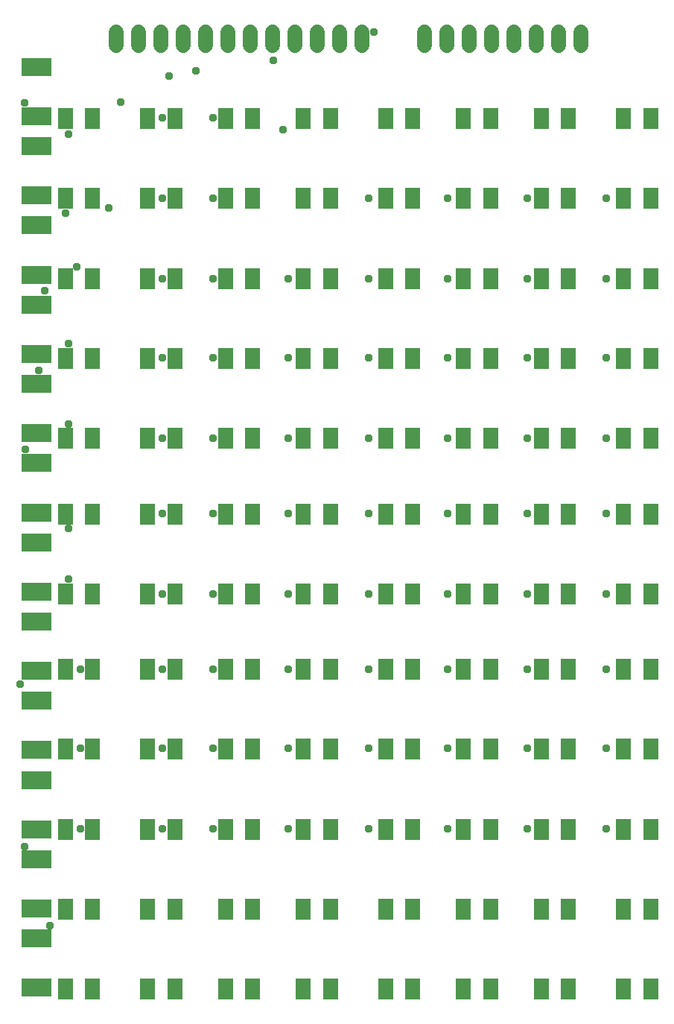
<source format=gbr>
G04 EAGLE Gerber RS-274X export*
G75*
%MOMM*%
%FSLAX34Y34*%
%LPD*%
%INSoldermask Top*%
%IPPOS*%
%AMOC8*
5,1,8,0,0,1.08239X$1,22.5*%
G01*
%ADD10R,1.703200X2.403200*%
%ADD11R,3.403200X2.003200*%
%ADD12C,1.727200*%
%ADD13C,0.959600*%


D10*
X103500Y1029300D03*
X72500Y1029300D03*
X103500Y222100D03*
X72500Y222100D03*
X103500Y131300D03*
X72500Y131300D03*
X103500Y40500D03*
X72500Y40500D03*
X103500Y938500D03*
X72500Y938500D03*
X103500Y847700D03*
X72500Y847700D03*
X103500Y756900D03*
X72500Y756900D03*
X103500Y666100D03*
X72500Y666100D03*
X103500Y580300D03*
X72500Y580300D03*
X103500Y489500D03*
X72500Y489500D03*
X103500Y403700D03*
X72500Y403700D03*
X103500Y312900D03*
X72500Y312900D03*
X197000Y1029300D03*
X166000Y1029300D03*
X197000Y222100D03*
X166000Y222100D03*
X197000Y131300D03*
X166000Y131300D03*
X197000Y40500D03*
X166000Y40500D03*
X197000Y938500D03*
X166000Y938500D03*
X197000Y847700D03*
X166000Y847700D03*
X197000Y756900D03*
X166000Y756900D03*
X197000Y666100D03*
X166000Y666100D03*
X197000Y580300D03*
X166000Y580300D03*
X197000Y489500D03*
X166000Y489500D03*
X197000Y403700D03*
X166000Y403700D03*
X197000Y312900D03*
X166000Y312900D03*
X285500Y1029300D03*
X254500Y1029300D03*
X285500Y222100D03*
X254500Y222100D03*
X285500Y131300D03*
X254500Y131300D03*
X285500Y40500D03*
X254500Y40500D03*
X285500Y938500D03*
X254500Y938500D03*
X285500Y847700D03*
X254500Y847700D03*
X285500Y756900D03*
X254500Y756900D03*
X285500Y666100D03*
X254500Y666100D03*
X285500Y580300D03*
X254500Y580300D03*
X285500Y489500D03*
X254500Y489500D03*
X285500Y403700D03*
X254500Y403700D03*
X285500Y312900D03*
X254500Y312900D03*
X374000Y1029300D03*
X343000Y1029300D03*
X374000Y222100D03*
X343000Y222100D03*
X374000Y131300D03*
X343000Y131300D03*
X374000Y40500D03*
X343000Y40500D03*
X374000Y938500D03*
X343000Y938500D03*
X374000Y847700D03*
X343000Y847700D03*
X374000Y756900D03*
X343000Y756900D03*
X374000Y666100D03*
X343000Y666100D03*
X374000Y580300D03*
X343000Y580300D03*
X374000Y489500D03*
X343000Y489500D03*
X374000Y403700D03*
X343000Y403700D03*
X374000Y312900D03*
X343000Y312900D03*
X467500Y1029300D03*
X436500Y1029300D03*
X467500Y222100D03*
X436500Y222100D03*
X467500Y131300D03*
X436500Y131300D03*
X467500Y40500D03*
X436500Y40500D03*
X467500Y938500D03*
X436500Y938500D03*
X467500Y847700D03*
X436500Y847700D03*
X467500Y756900D03*
X436500Y756900D03*
X467500Y666100D03*
X436500Y666100D03*
X467500Y580300D03*
X436500Y580300D03*
X467500Y489500D03*
X436500Y489500D03*
X467500Y403700D03*
X436500Y403700D03*
X467500Y312900D03*
X436500Y312900D03*
X556000Y1029300D03*
X525000Y1029300D03*
X556000Y222100D03*
X525000Y222100D03*
X556000Y131300D03*
X525000Y131300D03*
X556000Y40500D03*
X525000Y40500D03*
X556000Y938500D03*
X525000Y938500D03*
X556000Y847700D03*
X525000Y847700D03*
X556000Y756900D03*
X525000Y756900D03*
X556000Y666100D03*
X525000Y666100D03*
X556000Y580300D03*
X525000Y580300D03*
X556000Y489500D03*
X525000Y489500D03*
X556000Y403700D03*
X525000Y403700D03*
X556000Y312900D03*
X525000Y312900D03*
X644500Y1029300D03*
X613500Y1029300D03*
X644500Y222100D03*
X613500Y222100D03*
X644500Y131300D03*
X613500Y131300D03*
X644500Y40500D03*
X613500Y40500D03*
X644500Y938500D03*
X613500Y938500D03*
X644500Y847700D03*
X613500Y847700D03*
X644500Y756900D03*
X613500Y756900D03*
X644500Y666100D03*
X613500Y666100D03*
X644500Y580300D03*
X613500Y580300D03*
X644500Y489500D03*
X613500Y489500D03*
X644500Y403700D03*
X613500Y403700D03*
X644500Y312900D03*
X613500Y312900D03*
X738000Y1029300D03*
X707000Y1029300D03*
X738000Y222100D03*
X707000Y222100D03*
X738000Y131300D03*
X707000Y131300D03*
X738000Y40500D03*
X707000Y40500D03*
X738000Y938500D03*
X707000Y938500D03*
X738000Y847700D03*
X707000Y847700D03*
X738000Y756900D03*
X707000Y756900D03*
X738000Y666100D03*
X707000Y666100D03*
X738000Y580300D03*
X707000Y580300D03*
X738000Y489500D03*
X707000Y489500D03*
X738000Y403700D03*
X707000Y403700D03*
X738000Y312900D03*
X707000Y312900D03*
D11*
X40000Y1088000D03*
X40000Y1032000D03*
X40000Y278000D03*
X40000Y222000D03*
X40000Y188000D03*
X40000Y132000D03*
X40000Y98000D03*
X40000Y42000D03*
X40000Y998000D03*
X40000Y942000D03*
X40000Y908000D03*
X40000Y852000D03*
X40000Y818000D03*
X40000Y762000D03*
X40000Y728000D03*
X40000Y672000D03*
X40000Y638000D03*
X40000Y582000D03*
X40000Y548000D03*
X40000Y492000D03*
X40000Y458000D03*
X40000Y402000D03*
X40000Y368000D03*
X40000Y312000D03*
D12*
X658900Y1112380D02*
X658900Y1127620D01*
X633500Y1127620D02*
X633500Y1112380D01*
X608100Y1112380D02*
X608100Y1127620D01*
X582700Y1127620D02*
X582700Y1112380D01*
X557300Y1112380D02*
X557300Y1127620D01*
X531900Y1127620D02*
X531900Y1112380D01*
X506500Y1112380D02*
X506500Y1127620D01*
X481100Y1127620D02*
X481100Y1112380D01*
X130300Y1112380D02*
X130300Y1127620D01*
X155700Y1127620D02*
X155700Y1112380D01*
X181100Y1112380D02*
X181100Y1127620D01*
X206500Y1127620D02*
X206500Y1112380D01*
X231900Y1112380D02*
X231900Y1127620D01*
X257300Y1127620D02*
X257300Y1112380D01*
X282700Y1112380D02*
X282700Y1127620D01*
X308100Y1127620D02*
X308100Y1112380D01*
X333500Y1112380D02*
X333500Y1127620D01*
X358900Y1127620D02*
X358900Y1112380D01*
X384300Y1112380D02*
X384300Y1127620D01*
X409700Y1127620D02*
X409700Y1112380D01*
D13*
X182880Y1030224D03*
X240792Y1030224D03*
X76200Y1011936D03*
X182880Y938784D03*
X240792Y938784D03*
X417576Y938784D03*
X507492Y938784D03*
X597408Y938784D03*
X687324Y938784D03*
X73152Y922020D03*
X182880Y757428D03*
X240792Y757428D03*
X326136Y757428D03*
X417576Y757428D03*
X507492Y757428D03*
X597408Y757428D03*
X687324Y757428D03*
X76200Y774192D03*
X182880Y580644D03*
X240792Y580644D03*
X326136Y580644D03*
X417576Y580644D03*
X507492Y580644D03*
X597408Y580644D03*
X687324Y580644D03*
X76200Y563880D03*
X182880Y847344D03*
X240792Y847344D03*
X326136Y847344D03*
X417576Y847344D03*
X507492Y847344D03*
X597408Y847344D03*
X687324Y847344D03*
X85344Y861060D03*
X182880Y665988D03*
X240792Y665988D03*
X326136Y665988D03*
X417576Y665988D03*
X507492Y665988D03*
X597408Y665988D03*
X687324Y665988D03*
X76200Y682752D03*
X182880Y489204D03*
X240792Y489204D03*
X326136Y489204D03*
X417576Y489204D03*
X507492Y489204D03*
X597408Y489204D03*
X687324Y489204D03*
X76200Y505968D03*
X182880Y403860D03*
X240792Y403860D03*
X326136Y403860D03*
X417576Y403860D03*
X507492Y403860D03*
X597408Y403860D03*
X687324Y403860D03*
X89916Y403860D03*
X182880Y313944D03*
X240792Y313944D03*
X326136Y313944D03*
X417576Y313944D03*
X507492Y313944D03*
X597408Y313944D03*
X687324Y313944D03*
X89916Y313944D03*
X182880Y222504D03*
X240792Y222504D03*
X326136Y222504D03*
X417576Y222504D03*
X507492Y222504D03*
X597408Y222504D03*
X687324Y222504D03*
X89916Y222504D03*
X135636Y1048512D03*
X48768Y833628D03*
X190500Y1077468D03*
X42672Y743712D03*
X220980Y1083564D03*
X27432Y653796D03*
X423672Y1127760D03*
X121920Y928116D03*
X309372Y1095756D03*
X21336Y387096D03*
X25908Y1046988D03*
X25908Y202692D03*
X54864Y112776D03*
X320040Y1016508D03*
M02*

</source>
